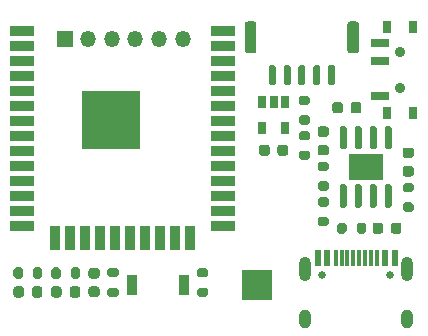
<source format=gbr>
%TF.GenerationSoftware,KiCad,Pcbnew,(5.1.8)-1*%
%TF.CreationDate,2021-10-10T15:44:20+08:00*%
%TF.ProjectId,wifiaudio,77696669-6175-4646-996f-2e6b69636164,rev?*%
%TF.SameCoordinates,Original*%
%TF.FileFunction,Soldermask,Top*%
%TF.FilePolarity,Negative*%
%FSLAX46Y46*%
G04 Gerber Fmt 4.6, Leading zero omitted, Abs format (unit mm)*
G04 Created by KiCad (PCBNEW (5.1.8)-1) date 2021-10-10 15:44:20*
%MOMM*%
%LPD*%
G01*
G04 APERTURE LIST*
%ADD10R,2.500000X2.500000*%
%ADD11R,0.900000X1.700000*%
%ADD12O,1.350000X1.350000*%
%ADD13R,1.350000X1.350000*%
%ADD14R,0.800000X1.000000*%
%ADD15R,1.500000X0.700000*%
%ADD16C,0.900000*%
%ADD17R,3.000000X2.290000*%
%ADD18R,2.000000X0.900000*%
%ADD19R,0.900000X2.000000*%
%ADD20R,5.000000X5.000000*%
%ADD21R,0.650000X1.060000*%
%ADD22R,0.600000X1.450000*%
%ADD23R,0.300000X1.450000*%
%ADD24O,1.000000X2.100000*%
%ADD25C,0.650000*%
%ADD26O,1.000000X1.600000*%
G04 APERTURE END LIST*
%TO.C,R10*%
G36*
G01*
X101575000Y-104525000D02*
X101575000Y-105075000D01*
G75*
G02*
X101375000Y-105275000I-200000J0D01*
G01*
X100975000Y-105275000D01*
G75*
G02*
X100775000Y-105075000I0J200000D01*
G01*
X100775000Y-104525000D01*
G75*
G02*
X100975000Y-104325000I200000J0D01*
G01*
X101375000Y-104325000D01*
G75*
G02*
X101575000Y-104525000I0J-200000D01*
G01*
G37*
G36*
G01*
X103225000Y-104525000D02*
X103225000Y-105075000D01*
G75*
G02*
X103025000Y-105275000I-200000J0D01*
G01*
X102625000Y-105275000D01*
G75*
G02*
X102425000Y-105075000I0J200000D01*
G01*
X102425000Y-104525000D01*
G75*
G02*
X102625000Y-104325000I200000J0D01*
G01*
X103025000Y-104325000D01*
G75*
G02*
X103225000Y-104525000I0J-200000D01*
G01*
G37*
%TD*%
%TO.C,R9*%
G36*
G01*
X125675000Y-90575000D02*
X125125000Y-90575000D01*
G75*
G02*
X124925000Y-90375000I0J200000D01*
G01*
X124925000Y-89975000D01*
G75*
G02*
X125125000Y-89775000I200000J0D01*
G01*
X125675000Y-89775000D01*
G75*
G02*
X125875000Y-89975000I0J-200000D01*
G01*
X125875000Y-90375000D01*
G75*
G02*
X125675000Y-90575000I-200000J0D01*
G01*
G37*
G36*
G01*
X125675000Y-92225000D02*
X125125000Y-92225000D01*
G75*
G02*
X124925000Y-92025000I0J200000D01*
G01*
X124925000Y-91625000D01*
G75*
G02*
X125125000Y-91425000I200000J0D01*
G01*
X125675000Y-91425000D01*
G75*
G02*
X125875000Y-91625000I0J-200000D01*
G01*
X125875000Y-92025000D01*
G75*
G02*
X125675000Y-92225000I-200000J0D01*
G01*
G37*
%TD*%
%TO.C,R8*%
G36*
G01*
X125675000Y-93575000D02*
X125125000Y-93575000D01*
G75*
G02*
X124925000Y-93375000I0J200000D01*
G01*
X124925000Y-92975000D01*
G75*
G02*
X125125000Y-92775000I200000J0D01*
G01*
X125675000Y-92775000D01*
G75*
G02*
X125875000Y-92975000I0J-200000D01*
G01*
X125875000Y-93375000D01*
G75*
G02*
X125675000Y-93575000I-200000J0D01*
G01*
G37*
G36*
G01*
X125675000Y-95225000D02*
X125125000Y-95225000D01*
G75*
G02*
X124925000Y-95025000I0J200000D01*
G01*
X124925000Y-94625000D01*
G75*
G02*
X125125000Y-94425000I200000J0D01*
G01*
X125675000Y-94425000D01*
G75*
G02*
X125875000Y-94625000I0J-200000D01*
G01*
X125875000Y-95025000D01*
G75*
G02*
X125675000Y-95225000I-200000J0D01*
G01*
G37*
%TD*%
%TO.C,R7*%
G36*
G01*
X104775000Y-104525000D02*
X104775000Y-105075000D01*
G75*
G02*
X104575000Y-105275000I-200000J0D01*
G01*
X104175000Y-105275000D01*
G75*
G02*
X103975000Y-105075000I0J200000D01*
G01*
X103975000Y-104525000D01*
G75*
G02*
X104175000Y-104325000I200000J0D01*
G01*
X104575000Y-104325000D01*
G75*
G02*
X104775000Y-104525000I0J-200000D01*
G01*
G37*
G36*
G01*
X106425000Y-104525000D02*
X106425000Y-105075000D01*
G75*
G02*
X106225000Y-105275000I-200000J0D01*
G01*
X105825000Y-105275000D01*
G75*
G02*
X105625000Y-105075000I0J200000D01*
G01*
X105625000Y-104525000D01*
G75*
G02*
X105825000Y-104325000I200000J0D01*
G01*
X106225000Y-104325000D01*
G75*
G02*
X106425000Y-104525000I0J-200000D01*
G01*
G37*
%TD*%
%TO.C,R6*%
G36*
G01*
X133925000Y-98825000D02*
X134475000Y-98825000D01*
G75*
G02*
X134675000Y-99025000I0J-200000D01*
G01*
X134675000Y-99425000D01*
G75*
G02*
X134475000Y-99625000I-200000J0D01*
G01*
X133925000Y-99625000D01*
G75*
G02*
X133725000Y-99425000I0J200000D01*
G01*
X133725000Y-99025000D01*
G75*
G02*
X133925000Y-98825000I200000J0D01*
G01*
G37*
G36*
G01*
X133925000Y-97175000D02*
X134475000Y-97175000D01*
G75*
G02*
X134675000Y-97375000I0J-200000D01*
G01*
X134675000Y-97775000D01*
G75*
G02*
X134475000Y-97975000I-200000J0D01*
G01*
X133925000Y-97975000D01*
G75*
G02*
X133725000Y-97775000I0J200000D01*
G01*
X133725000Y-97375000D01*
G75*
G02*
X133925000Y-97175000I200000J0D01*
G01*
G37*
%TD*%
%TO.C,R5*%
G36*
G01*
X127275000Y-99175000D02*
X126725000Y-99175000D01*
G75*
G02*
X126525000Y-98975000I0J200000D01*
G01*
X126525000Y-98575000D01*
G75*
G02*
X126725000Y-98375000I200000J0D01*
G01*
X127275000Y-98375000D01*
G75*
G02*
X127475000Y-98575000I0J-200000D01*
G01*
X127475000Y-98975000D01*
G75*
G02*
X127275000Y-99175000I-200000J0D01*
G01*
G37*
G36*
G01*
X127275000Y-100825000D02*
X126725000Y-100825000D01*
G75*
G02*
X126525000Y-100625000I0J200000D01*
G01*
X126525000Y-100225000D01*
G75*
G02*
X126725000Y-100025000I200000J0D01*
G01*
X127275000Y-100025000D01*
G75*
G02*
X127475000Y-100225000I0J-200000D01*
G01*
X127475000Y-100625000D01*
G75*
G02*
X127275000Y-100825000I-200000J0D01*
G01*
G37*
%TD*%
%TO.C,R4*%
G36*
G01*
X126725000Y-97025000D02*
X127275000Y-97025000D01*
G75*
G02*
X127475000Y-97225000I0J-200000D01*
G01*
X127475000Y-97625000D01*
G75*
G02*
X127275000Y-97825000I-200000J0D01*
G01*
X126725000Y-97825000D01*
G75*
G02*
X126525000Y-97625000I0J200000D01*
G01*
X126525000Y-97225000D01*
G75*
G02*
X126725000Y-97025000I200000J0D01*
G01*
G37*
G36*
G01*
X126725000Y-95375000D02*
X127275000Y-95375000D01*
G75*
G02*
X127475000Y-95575000I0J-200000D01*
G01*
X127475000Y-95975000D01*
G75*
G02*
X127275000Y-96175000I-200000J0D01*
G01*
X126725000Y-96175000D01*
G75*
G02*
X126525000Y-95975000I0J200000D01*
G01*
X126525000Y-95575000D01*
G75*
G02*
X126725000Y-95375000I200000J0D01*
G01*
G37*
%TD*%
%TO.C,R3*%
G36*
G01*
X128975000Y-100725000D02*
X128975000Y-101275000D01*
G75*
G02*
X128775000Y-101475000I-200000J0D01*
G01*
X128375000Y-101475000D01*
G75*
G02*
X128175000Y-101275000I0J200000D01*
G01*
X128175000Y-100725000D01*
G75*
G02*
X128375000Y-100525000I200000J0D01*
G01*
X128775000Y-100525000D01*
G75*
G02*
X128975000Y-100725000I0J-200000D01*
G01*
G37*
G36*
G01*
X130625000Y-100725000D02*
X130625000Y-101275000D01*
G75*
G02*
X130425000Y-101475000I-200000J0D01*
G01*
X130025000Y-101475000D01*
G75*
G02*
X129825000Y-101275000I0J200000D01*
G01*
X129825000Y-100725000D01*
G75*
G02*
X130025000Y-100525000I200000J0D01*
G01*
X130425000Y-100525000D01*
G75*
G02*
X130625000Y-100725000I0J-200000D01*
G01*
G37*
%TD*%
%TO.C,R2*%
G36*
G01*
X117075000Y-105175000D02*
X116525000Y-105175000D01*
G75*
G02*
X116325000Y-104975000I0J200000D01*
G01*
X116325000Y-104575000D01*
G75*
G02*
X116525000Y-104375000I200000J0D01*
G01*
X117075000Y-104375000D01*
G75*
G02*
X117275000Y-104575000I0J-200000D01*
G01*
X117275000Y-104975000D01*
G75*
G02*
X117075000Y-105175000I-200000J0D01*
G01*
G37*
G36*
G01*
X117075000Y-106825000D02*
X116525000Y-106825000D01*
G75*
G02*
X116325000Y-106625000I0J200000D01*
G01*
X116325000Y-106225000D01*
G75*
G02*
X116525000Y-106025000I200000J0D01*
G01*
X117075000Y-106025000D01*
G75*
G02*
X117275000Y-106225000I0J-200000D01*
G01*
X117275000Y-106625000D01*
G75*
G02*
X117075000Y-106825000I-200000J0D01*
G01*
G37*
%TD*%
%TO.C,R1*%
G36*
G01*
X109475000Y-105175000D02*
X108925000Y-105175000D01*
G75*
G02*
X108725000Y-104975000I0J200000D01*
G01*
X108725000Y-104575000D01*
G75*
G02*
X108925000Y-104375000I200000J0D01*
G01*
X109475000Y-104375000D01*
G75*
G02*
X109675000Y-104575000I0J-200000D01*
G01*
X109675000Y-104975000D01*
G75*
G02*
X109475000Y-105175000I-200000J0D01*
G01*
G37*
G36*
G01*
X109475000Y-106825000D02*
X108925000Y-106825000D01*
G75*
G02*
X108725000Y-106625000I0J200000D01*
G01*
X108725000Y-106225000D01*
G75*
G02*
X108925000Y-106025000I200000J0D01*
G01*
X109475000Y-106025000D01*
G75*
G02*
X109675000Y-106225000I0J-200000D01*
G01*
X109675000Y-106625000D01*
G75*
G02*
X109475000Y-106825000I-200000J0D01*
G01*
G37*
%TD*%
%TO.C,D4*%
G36*
G01*
X102350000Y-106656250D02*
X102350000Y-106143750D01*
G75*
G02*
X102568750Y-105925000I218750J0D01*
G01*
X103006250Y-105925000D01*
G75*
G02*
X103225000Y-106143750I0J-218750D01*
G01*
X103225000Y-106656250D01*
G75*
G02*
X103006250Y-106875000I-218750J0D01*
G01*
X102568750Y-106875000D01*
G75*
G02*
X102350000Y-106656250I0J218750D01*
G01*
G37*
G36*
G01*
X100775000Y-106656250D02*
X100775000Y-106143750D01*
G75*
G02*
X100993750Y-105925000I218750J0D01*
G01*
X101431250Y-105925000D01*
G75*
G02*
X101650000Y-106143750I0J-218750D01*
G01*
X101650000Y-106656250D01*
G75*
G02*
X101431250Y-106875000I-218750J0D01*
G01*
X100993750Y-106875000D01*
G75*
G02*
X100775000Y-106656250I0J218750D01*
G01*
G37*
%TD*%
%TO.C,D3*%
G36*
G01*
X105550000Y-106656250D02*
X105550000Y-106143750D01*
G75*
G02*
X105768750Y-105925000I218750J0D01*
G01*
X106206250Y-105925000D01*
G75*
G02*
X106425000Y-106143750I0J-218750D01*
G01*
X106425000Y-106656250D01*
G75*
G02*
X106206250Y-106875000I-218750J0D01*
G01*
X105768750Y-106875000D01*
G75*
G02*
X105550000Y-106656250I0J218750D01*
G01*
G37*
G36*
G01*
X103975000Y-106656250D02*
X103975000Y-106143750D01*
G75*
G02*
X104193750Y-105925000I218750J0D01*
G01*
X104631250Y-105925000D01*
G75*
G02*
X104850000Y-106143750I0J-218750D01*
G01*
X104850000Y-106656250D01*
G75*
G02*
X104631250Y-106875000I-218750J0D01*
G01*
X104193750Y-106875000D01*
G75*
G02*
X103975000Y-106656250I0J218750D01*
G01*
G37*
%TD*%
%TO.C,D2*%
G36*
G01*
X133943750Y-95750000D02*
X134456250Y-95750000D01*
G75*
G02*
X134675000Y-95968750I0J-218750D01*
G01*
X134675000Y-96406250D01*
G75*
G02*
X134456250Y-96625000I-218750J0D01*
G01*
X133943750Y-96625000D01*
G75*
G02*
X133725000Y-96406250I0J218750D01*
G01*
X133725000Y-95968750D01*
G75*
G02*
X133943750Y-95750000I218750J0D01*
G01*
G37*
G36*
G01*
X133943750Y-94175000D02*
X134456250Y-94175000D01*
G75*
G02*
X134675000Y-94393750I0J-218750D01*
G01*
X134675000Y-94831250D01*
G75*
G02*
X134456250Y-95050000I-218750J0D01*
G01*
X133943750Y-95050000D01*
G75*
G02*
X133725000Y-94831250I0J218750D01*
G01*
X133725000Y-94393750D01*
G75*
G02*
X133943750Y-94175000I218750J0D01*
G01*
G37*
%TD*%
%TO.C,D1*%
G36*
G01*
X126743750Y-93962500D02*
X127256250Y-93962500D01*
G75*
G02*
X127475000Y-94181250I0J-218750D01*
G01*
X127475000Y-94618750D01*
G75*
G02*
X127256250Y-94837500I-218750J0D01*
G01*
X126743750Y-94837500D01*
G75*
G02*
X126525000Y-94618750I0J218750D01*
G01*
X126525000Y-94181250D01*
G75*
G02*
X126743750Y-93962500I218750J0D01*
G01*
G37*
G36*
G01*
X126743750Y-92387500D02*
X127256250Y-92387500D01*
G75*
G02*
X127475000Y-92606250I0J-218750D01*
G01*
X127475000Y-93043750D01*
G75*
G02*
X127256250Y-93262500I-218750J0D01*
G01*
X126743750Y-93262500D01*
G75*
G02*
X126525000Y-93043750I0J218750D01*
G01*
X126525000Y-92606250D01*
G75*
G02*
X126743750Y-92387500I218750J0D01*
G01*
G37*
%TD*%
%TO.C,C4*%
G36*
G01*
X122475000Y-94150000D02*
X122475000Y-94650000D01*
G75*
G02*
X122250000Y-94875000I-225000J0D01*
G01*
X121800000Y-94875000D01*
G75*
G02*
X121575000Y-94650000I0J225000D01*
G01*
X121575000Y-94150000D01*
G75*
G02*
X121800000Y-93925000I225000J0D01*
G01*
X122250000Y-93925000D01*
G75*
G02*
X122475000Y-94150000I0J-225000D01*
G01*
G37*
G36*
G01*
X124025000Y-94150000D02*
X124025000Y-94650000D01*
G75*
G02*
X123800000Y-94875000I-225000J0D01*
G01*
X123350000Y-94875000D01*
G75*
G02*
X123125000Y-94650000I0J225000D01*
G01*
X123125000Y-94150000D01*
G75*
G02*
X123350000Y-93925000I225000J0D01*
G01*
X123800000Y-93925000D01*
G75*
G02*
X124025000Y-94150000I0J-225000D01*
G01*
G37*
%TD*%
%TO.C,C3*%
G36*
G01*
X107350000Y-105925000D02*
X107850000Y-105925000D01*
G75*
G02*
X108075000Y-106150000I0J-225000D01*
G01*
X108075000Y-106600000D01*
G75*
G02*
X107850000Y-106825000I-225000J0D01*
G01*
X107350000Y-106825000D01*
G75*
G02*
X107125000Y-106600000I0J225000D01*
G01*
X107125000Y-106150000D01*
G75*
G02*
X107350000Y-105925000I225000J0D01*
G01*
G37*
G36*
G01*
X107350000Y-104375000D02*
X107850000Y-104375000D01*
G75*
G02*
X108075000Y-104600000I0J-225000D01*
G01*
X108075000Y-105050000D01*
G75*
G02*
X107850000Y-105275000I-225000J0D01*
G01*
X107350000Y-105275000D01*
G75*
G02*
X107125000Y-105050000I0J225000D01*
G01*
X107125000Y-104600000D01*
G75*
G02*
X107350000Y-104375000I225000J0D01*
G01*
G37*
%TD*%
%TO.C,C2*%
G36*
G01*
X128675000Y-90550000D02*
X128675000Y-91050000D01*
G75*
G02*
X128450000Y-91275000I-225000J0D01*
G01*
X128000000Y-91275000D01*
G75*
G02*
X127775000Y-91050000I0J225000D01*
G01*
X127775000Y-90550000D01*
G75*
G02*
X128000000Y-90325000I225000J0D01*
G01*
X128450000Y-90325000D01*
G75*
G02*
X128675000Y-90550000I0J-225000D01*
G01*
G37*
G36*
G01*
X130225000Y-90550000D02*
X130225000Y-91050000D01*
G75*
G02*
X130000000Y-91275000I-225000J0D01*
G01*
X129550000Y-91275000D01*
G75*
G02*
X129325000Y-91050000I0J225000D01*
G01*
X129325000Y-90550000D01*
G75*
G02*
X129550000Y-90325000I225000J0D01*
G01*
X130000000Y-90325000D01*
G75*
G02*
X130225000Y-90550000I0J-225000D01*
G01*
G37*
%TD*%
%TO.C,C1*%
G36*
G01*
X132725000Y-101250000D02*
X132725000Y-100750000D01*
G75*
G02*
X132950000Y-100525000I225000J0D01*
G01*
X133400000Y-100525000D01*
G75*
G02*
X133625000Y-100750000I0J-225000D01*
G01*
X133625000Y-101250000D01*
G75*
G02*
X133400000Y-101475000I-225000J0D01*
G01*
X132950000Y-101475000D01*
G75*
G02*
X132725000Y-101250000I0J225000D01*
G01*
G37*
G36*
G01*
X131175000Y-101250000D02*
X131175000Y-100750000D01*
G75*
G02*
X131400000Y-100525000I225000J0D01*
G01*
X131850000Y-100525000D01*
G75*
G02*
X132075000Y-100750000I0J-225000D01*
G01*
X132075000Y-101250000D01*
G75*
G02*
X131850000Y-101475000I-225000J0D01*
G01*
X131400000Y-101475000D01*
G75*
G02*
X131175000Y-101250000I0J225000D01*
G01*
G37*
%TD*%
D10*
%TO.C,J6*%
X121400000Y-105800000D03*
%TD*%
D11*
%TO.C,SW2*%
X110800000Y-105800000D03*
X115200000Y-105800000D03*
%TD*%
D12*
%TO.C,J5*%
X115100000Y-85000000D03*
X113100000Y-85000000D03*
X111100000Y-85000000D03*
X109100000Y-85000000D03*
X107100000Y-85000000D03*
D13*
X105100000Y-85000000D03*
%TD*%
D14*
%TO.C,SW1*%
X132420000Y-91250000D03*
X132420000Y-83950000D03*
X134630000Y-83950000D03*
X134630000Y-91250000D03*
D15*
X131770000Y-85350000D03*
X131770000Y-86850000D03*
X131770000Y-89850000D03*
D16*
X133530000Y-86100000D03*
X133530000Y-89100000D03*
%TD*%
D17*
%TO.C,U2*%
X130600000Y-95800000D03*
G36*
G01*
X128845000Y-94300000D02*
X128545000Y-94300000D01*
G75*
G02*
X128395000Y-94150000I0J150000D01*
G01*
X128395000Y-92500000D01*
G75*
G02*
X128545000Y-92350000I150000J0D01*
G01*
X128845000Y-92350000D01*
G75*
G02*
X128995000Y-92500000I0J-150000D01*
G01*
X128995000Y-94150000D01*
G75*
G02*
X128845000Y-94300000I-150000J0D01*
G01*
G37*
G36*
G01*
X130115000Y-94300000D02*
X129815000Y-94300000D01*
G75*
G02*
X129665000Y-94150000I0J150000D01*
G01*
X129665000Y-92500000D01*
G75*
G02*
X129815000Y-92350000I150000J0D01*
G01*
X130115000Y-92350000D01*
G75*
G02*
X130265000Y-92500000I0J-150000D01*
G01*
X130265000Y-94150000D01*
G75*
G02*
X130115000Y-94300000I-150000J0D01*
G01*
G37*
G36*
G01*
X131385000Y-94300000D02*
X131085000Y-94300000D01*
G75*
G02*
X130935000Y-94150000I0J150000D01*
G01*
X130935000Y-92500000D01*
G75*
G02*
X131085000Y-92350000I150000J0D01*
G01*
X131385000Y-92350000D01*
G75*
G02*
X131535000Y-92500000I0J-150000D01*
G01*
X131535000Y-94150000D01*
G75*
G02*
X131385000Y-94300000I-150000J0D01*
G01*
G37*
G36*
G01*
X132655000Y-94300000D02*
X132355000Y-94300000D01*
G75*
G02*
X132205000Y-94150000I0J150000D01*
G01*
X132205000Y-92500000D01*
G75*
G02*
X132355000Y-92350000I150000J0D01*
G01*
X132655000Y-92350000D01*
G75*
G02*
X132805000Y-92500000I0J-150000D01*
G01*
X132805000Y-94150000D01*
G75*
G02*
X132655000Y-94300000I-150000J0D01*
G01*
G37*
G36*
G01*
X132655000Y-99250000D02*
X132355000Y-99250000D01*
G75*
G02*
X132205000Y-99100000I0J150000D01*
G01*
X132205000Y-97450000D01*
G75*
G02*
X132355000Y-97300000I150000J0D01*
G01*
X132655000Y-97300000D01*
G75*
G02*
X132805000Y-97450000I0J-150000D01*
G01*
X132805000Y-99100000D01*
G75*
G02*
X132655000Y-99250000I-150000J0D01*
G01*
G37*
G36*
G01*
X131385000Y-99250000D02*
X131085000Y-99250000D01*
G75*
G02*
X130935000Y-99100000I0J150000D01*
G01*
X130935000Y-97450000D01*
G75*
G02*
X131085000Y-97300000I150000J0D01*
G01*
X131385000Y-97300000D01*
G75*
G02*
X131535000Y-97450000I0J-150000D01*
G01*
X131535000Y-99100000D01*
G75*
G02*
X131385000Y-99250000I-150000J0D01*
G01*
G37*
G36*
G01*
X130115000Y-99250000D02*
X129815000Y-99250000D01*
G75*
G02*
X129665000Y-99100000I0J150000D01*
G01*
X129665000Y-97450000D01*
G75*
G02*
X129815000Y-97300000I150000J0D01*
G01*
X130115000Y-97300000D01*
G75*
G02*
X130265000Y-97450000I0J-150000D01*
G01*
X130265000Y-99100000D01*
G75*
G02*
X130115000Y-99250000I-150000J0D01*
G01*
G37*
G36*
G01*
X128845000Y-99250000D02*
X128545000Y-99250000D01*
G75*
G02*
X128395000Y-99100000I0J150000D01*
G01*
X128395000Y-97450000D01*
G75*
G02*
X128545000Y-97300000I150000J0D01*
G01*
X128845000Y-97300000D01*
G75*
G02*
X128995000Y-97450000I0J-150000D01*
G01*
X128995000Y-99100000D01*
G75*
G02*
X128845000Y-99250000I-150000J0D01*
G01*
G37*
%TD*%
%TO.C,J4*%
G36*
G01*
X121350000Y-83750000D02*
X121350000Y-85950000D01*
G75*
G02*
X121100000Y-86200000I-250000J0D01*
G01*
X120600000Y-86200000D01*
G75*
G02*
X120350000Y-85950000I0J250000D01*
G01*
X120350000Y-83750000D01*
G75*
G02*
X120600000Y-83500000I250000J0D01*
G01*
X121100000Y-83500000D01*
G75*
G02*
X121350000Y-83750000I0J-250000D01*
G01*
G37*
G36*
G01*
X130050000Y-83750000D02*
X130050000Y-85950000D01*
G75*
G02*
X129800000Y-86200000I-250000J0D01*
G01*
X129300000Y-86200000D01*
G75*
G02*
X129050000Y-85950000I0J250000D01*
G01*
X129050000Y-83750000D01*
G75*
G02*
X129300000Y-83500000I250000J0D01*
G01*
X129800000Y-83500000D01*
G75*
G02*
X130050000Y-83750000I0J-250000D01*
G01*
G37*
G36*
G01*
X123000000Y-87350000D02*
X123000000Y-88750000D01*
G75*
G02*
X122850000Y-88900000I-150000J0D01*
G01*
X122550000Y-88900000D01*
G75*
G02*
X122400000Y-88750000I0J150000D01*
G01*
X122400000Y-87350000D01*
G75*
G02*
X122550000Y-87200000I150000J0D01*
G01*
X122850000Y-87200000D01*
G75*
G02*
X123000000Y-87350000I0J-150000D01*
G01*
G37*
G36*
G01*
X124250000Y-87350000D02*
X124250000Y-88750000D01*
G75*
G02*
X124100000Y-88900000I-150000J0D01*
G01*
X123800000Y-88900000D01*
G75*
G02*
X123650000Y-88750000I0J150000D01*
G01*
X123650000Y-87350000D01*
G75*
G02*
X123800000Y-87200000I150000J0D01*
G01*
X124100000Y-87200000D01*
G75*
G02*
X124250000Y-87350000I0J-150000D01*
G01*
G37*
G36*
G01*
X125500000Y-87350000D02*
X125500000Y-88750000D01*
G75*
G02*
X125350000Y-88900000I-150000J0D01*
G01*
X125050000Y-88900000D01*
G75*
G02*
X124900000Y-88750000I0J150000D01*
G01*
X124900000Y-87350000D01*
G75*
G02*
X125050000Y-87200000I150000J0D01*
G01*
X125350000Y-87200000D01*
G75*
G02*
X125500000Y-87350000I0J-150000D01*
G01*
G37*
G36*
G01*
X126750000Y-87350000D02*
X126750000Y-88750000D01*
G75*
G02*
X126600000Y-88900000I-150000J0D01*
G01*
X126300000Y-88900000D01*
G75*
G02*
X126150000Y-88750000I0J150000D01*
G01*
X126150000Y-87350000D01*
G75*
G02*
X126300000Y-87200000I150000J0D01*
G01*
X126600000Y-87200000D01*
G75*
G02*
X126750000Y-87350000I0J-150000D01*
G01*
G37*
G36*
G01*
X128000000Y-87350000D02*
X128000000Y-88750000D01*
G75*
G02*
X127850000Y-88900000I-150000J0D01*
G01*
X127550000Y-88900000D01*
G75*
G02*
X127400000Y-88750000I0J150000D01*
G01*
X127400000Y-87350000D01*
G75*
G02*
X127550000Y-87200000I150000J0D01*
G01*
X127850000Y-87200000D01*
G75*
G02*
X128000000Y-87350000I0J-150000D01*
G01*
G37*
%TD*%
D18*
%TO.C,U1*%
X118500000Y-84345000D03*
X118500000Y-85615000D03*
X118500000Y-86885000D03*
X118500000Y-88155000D03*
X118500000Y-89425000D03*
X118500000Y-90695000D03*
X118500000Y-91965000D03*
X118500000Y-93235000D03*
X118500000Y-94505000D03*
X118500000Y-95775000D03*
X118500000Y-97045000D03*
X118500000Y-98315000D03*
X118500000Y-99585000D03*
X118500000Y-100855000D03*
D19*
X115715000Y-101855000D03*
X114445000Y-101855000D03*
X113175000Y-101855000D03*
X111905000Y-101855000D03*
X110635000Y-101855000D03*
X109365000Y-101855000D03*
X108095000Y-101855000D03*
X106825000Y-101855000D03*
X105555000Y-101855000D03*
X104285000Y-101855000D03*
D18*
X101500000Y-100855000D03*
X101500000Y-99585000D03*
X101500000Y-98315000D03*
X101500000Y-97045000D03*
X101500000Y-95775000D03*
X101500000Y-94505000D03*
X101500000Y-93235000D03*
X101500000Y-91965000D03*
X101500000Y-90695000D03*
X101500000Y-89425000D03*
X101500000Y-88155000D03*
X101500000Y-86885000D03*
X101500000Y-85615000D03*
X101500000Y-84345000D03*
D20*
X109000000Y-91845000D03*
%TD*%
D21*
%TO.C,U5*%
X123750000Y-92500000D03*
X121850000Y-92500000D03*
X121850000Y-90300000D03*
X122800000Y-90300000D03*
X123750000Y-90300000D03*
%TD*%
D22*
%TO.C,J1*%
X133050000Y-103555000D03*
X132250000Y-103555000D03*
X127350000Y-103555000D03*
X126550000Y-103555000D03*
X126550000Y-103555000D03*
X127350000Y-103555000D03*
X132250000Y-103555000D03*
X133050000Y-103555000D03*
D23*
X128050000Y-103555000D03*
X128550000Y-103555000D03*
X129050000Y-103555000D03*
X130050000Y-103555000D03*
X130550000Y-103555000D03*
X131050000Y-103555000D03*
X131550000Y-103555000D03*
X129550000Y-103555000D03*
D24*
X134120000Y-104470000D03*
X125480000Y-104470000D03*
D25*
X126910000Y-105000000D03*
D26*
X125480000Y-108650000D03*
D25*
X132690000Y-105000000D03*
D26*
X134120000Y-108650000D03*
%TD*%
M02*

</source>
